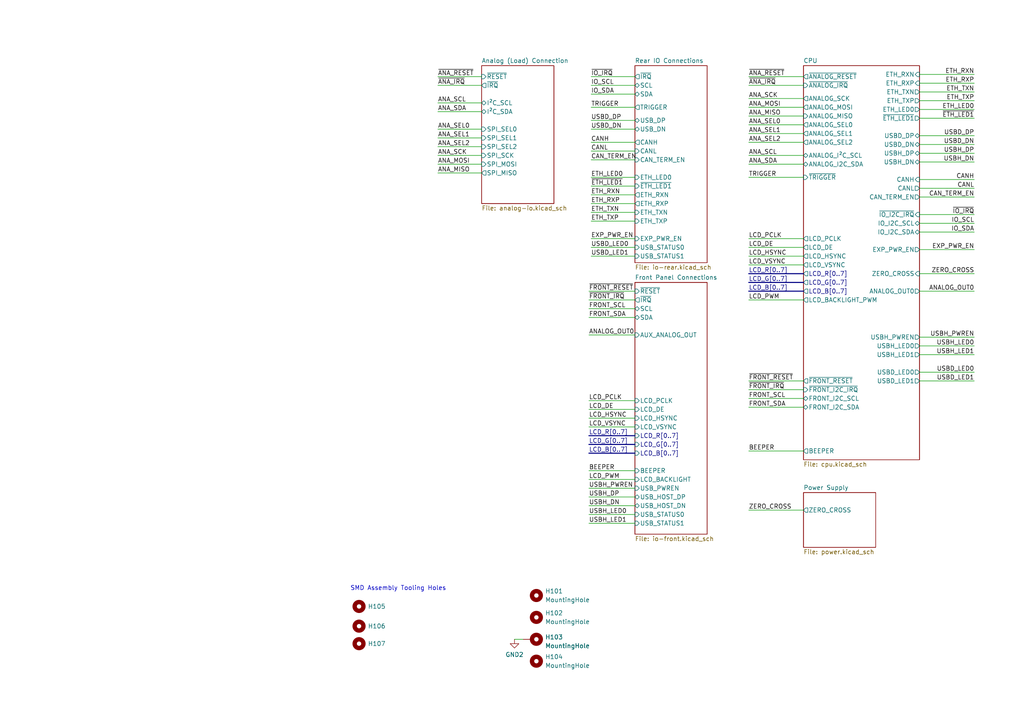
<source format=kicad_sch>
(kicad_sch (version 20220404) (generator eeschema)
  (paper "A4")
  (title_block (title "Programmable Load Controller") (date "2022-06-28") (rev "4"))
  (lib_symbols
    (symbol "Mechanical:MountingHole" (pin_names (offset 1.016))
      (property "Reference" "H" (at 0 5.08 0))
      (property "Value" "MountingHole" (at 0 3.175 0))
      (symbol "MountingHole_0_1"
        (circle (center 0 0) (radius 1.27) (stroke (width 1.27)))
      )
    )
    (symbol "Mechanical:MountingHole_Pad" (pin_numbers hide) (pin_names (offset 1.016) hide)
      (property "Reference" "H" (at 0 6.35 0))
      (property "Value" "MountingHole_Pad" (at 0 4.445 0))
      (symbol "MountingHole_Pad_0_1"
        (circle (center 0 1.27) (radius 1.27) (stroke (width 1.27)))
      )
      (symbol "MountingHole_Pad_1_1"
        (pin input line (at 0 -2.54 90) (length 2.54) (name "1") (number "1"))
      )
    )
    (symbol "power:GND2" (power) (pin_names (offset 0))
      (property "Value" "GND2" (at 0 -3.81 0))
      (symbol "GND2_0_1"
        (polyline (pts (xy 0 0) (xy 0 -1.27) (xy 1.27 -1.27) (xy 0 -2.54) (xy -1.27 -1.27) (xy 0 -1.27)))
      )
      (symbol "GND2_1_1"
        (pin power_in line (at 0 0 270) (length 0) hide (name "GND2") (number "1"))
      )
    )
  )
  (wire (pts (xy 170.815 89.535) (xy 184.15 89.535)))
  (wire (pts (xy 217.17 22.225) (xy 233.045 22.225)))
  (wire (pts (xy 184.15 27.305) (xy 171.45 27.305)))
  (wire (pts (xy 282.575 41.91) (xy 266.7 41.91)))
  (wire (pts (xy 170.815 86.995) (xy 184.15 86.995)))
  (wire (pts (xy 282.575 54.61) (xy 266.7 54.61)))
  (wire (pts (xy 282.575 64.77) (xy 266.7 64.77)))
  (wire (pts (xy 217.17 33.655) (xy 233.045 33.655)))
  (wire (pts (xy 170.815 149.225) (xy 184.15 149.225)))
  (wire (pts (xy 282.575 46.99) (xy 266.7 46.99)))
  (wire (pts (xy 127 24.765) (xy 139.7 24.765)))
  (wire (pts (xy 149.225 185.42) (xy 151.765 185.42)))
  (wire (pts (xy 171.45 43.815) (xy 184.15 43.815)))
  (wire (pts (xy 282.575 67.31) (xy 266.7 67.31)))
  (wire (pts (xy 217.17 24.765) (xy 233.045 24.765)))
  (wire (pts (xy 170.815 141.605) (xy 184.15 141.605)))
  (wire (pts (xy 266.7 100.33) (xy 282.575 100.33)))
  (wire (pts (xy 217.17 41.275) (xy 233.045 41.275)))
  (wire (pts (xy 170.815 136.525) (xy 184.15 136.525)))
  (wire (pts (xy 217.17 74.295) (xy 233.045 74.295)))
  (wire (pts (xy 127 45.085) (xy 139.7 45.085)))
  (wire (pts (xy 127 22.225) (xy 139.7 22.225)))
  (wire (pts (xy 217.17 36.195) (xy 233.045 36.195)))
  (wire (pts (xy 171.45 59.055) (xy 184.15 59.055)))
  (wire (pts (xy 184.15 24.765) (xy 171.45 24.765)))
  (wire (pts (xy 184.15 22.225) (xy 171.45 22.225)))
  (wire (pts (xy 170.815 116.205) (xy 184.15 116.205)))
  (wire (pts (xy 127 40.005) (xy 139.7 40.005)))
  (bus (pts (xy 217.17 81.915) (xy 233.045 81.915)))
  (wire (pts (xy 127 42.545) (xy 139.7 42.545)))
  (wire (pts (xy 266.7 72.39) (xy 282.575 72.39)))
  (wire (pts (xy 127 50.165) (xy 139.7 50.165)))
  (wire (pts (xy 266.7 57.15) (xy 282.575 57.15)))
  (wire (pts (xy 217.17 45.085) (xy 233.045 45.085)))
  (wire (pts (xy 217.17 71.755) (xy 233.045 71.755)))
  (wire (pts (xy 171.45 51.435) (xy 184.15 51.435)))
  (wire (pts (xy 217.17 86.995) (xy 233.045 86.995)))
  (wire (pts (xy 282.575 52.07) (xy 266.7 52.07)))
  (wire (pts (xy 171.45 71.755) (xy 184.15 71.755)))
  (wire (pts (xy 171.45 69.215) (xy 184.15 69.215)))
  (wire (pts (xy 266.7 110.49) (xy 282.575 110.49)))
  (wire (pts (xy 171.45 41.275) (xy 184.15 41.275)))
  (wire (pts (xy 127 47.625) (xy 139.7 47.625)))
  (wire (pts (xy 282.575 21.59) (xy 266.7 21.59)))
  (wire (pts (xy 282.575 26.67) (xy 266.7 26.67)))
  (wire (pts (xy 127 29.845) (xy 139.7 29.845)))
  (wire (pts (xy 127 37.465) (xy 139.7 37.465)))
  (bus (pts (xy 170.815 126.365) (xy 184.15 126.365)))
  (wire (pts (xy 171.45 74.295) (xy 184.15 74.295)))
  (bus (pts (xy 217.17 84.455) (xy 233.045 84.455)))
  (wire (pts (xy 170.815 123.825) (xy 184.15 123.825)))
  (wire (pts (xy 171.45 46.355) (xy 184.15 46.355)))
  (wire (pts (xy 282.575 62.23) (xy 266.7 62.23)))
  (wire (pts (xy 127 32.385) (xy 139.7 32.385)))
  (wire (pts (xy 170.815 84.455) (xy 184.15 84.455)))
  (wire (pts (xy 217.17 31.115) (xy 233.045 31.115)))
  (wire (pts (xy 171.45 37.465) (xy 184.15 37.465)))
  (wire (pts (xy 171.45 64.135) (xy 184.15 64.135)))
  (wire (pts (xy 217.17 28.575) (xy 233.045 28.575)))
  (wire (pts (xy 266.7 107.95) (xy 282.575 107.95)))
  (wire (pts (xy 217.17 115.57) (xy 233.045 115.57)))
  (wire (pts (xy 217.17 113.03) (xy 233.045 113.03)))
  (wire (pts (xy 266.7 79.375) (xy 282.575 79.375)))
  (wire (pts (xy 170.815 144.145) (xy 184.15 144.145)))
  (wire (pts (xy 217.17 110.49) (xy 233.045 110.49)))
  (wire (pts (xy 217.17 38.735) (xy 233.045 38.735)))
  (wire (pts (xy 170.815 118.745) (xy 184.15 118.745)))
  (wire (pts (xy 171.45 61.595) (xy 184.15 61.595)))
  (wire (pts (xy 171.45 34.925) (xy 184.15 34.925)))
  (wire (pts (xy 217.17 69.215) (xy 233.045 69.215)))
  (wire (pts (xy 282.575 29.21) (xy 266.7 29.21)))
  (wire (pts (xy 170.815 121.285) (xy 184.15 121.285)))
  (wire (pts (xy 266.7 84.455) (xy 282.575 84.455)))
  (wire (pts (xy 217.17 47.625) (xy 233.045 47.625)))
  (wire (pts (xy 266.7 44.45) (xy 282.575 44.45)))
  (wire (pts (xy 217.17 51.435) (xy 233.045 51.435)))
  (wire (pts (xy 282.575 39.37) (xy 266.7 39.37)))
  (wire (pts (xy 282.575 24.13) (xy 266.7 24.13)))
  (wire (pts (xy 266.7 102.87) (xy 282.575 102.87)))
  (wire (pts (xy 170.815 92.075) (xy 184.15 92.075)))
  (wire (pts (xy 171.45 31.115) (xy 184.15 31.115)))
  (wire (pts (xy 217.17 76.835) (xy 233.045 76.835)))
  (wire (pts (xy 170.815 139.065) (xy 184.15 139.065)))
  (wire (pts (xy 171.45 53.975) (xy 184.15 53.975)))
  (bus (pts (xy 170.815 128.905) (xy 184.15 128.905)))
  (wire (pts (xy 171.45 56.515) (xy 184.15 56.515)))
  (wire (pts (xy 266.7 97.79) (xy 282.575 97.79)))
  (wire (pts (xy 282.575 34.29) (xy 266.7 34.29)))
  (wire (pts (xy 282.575 31.75) (xy 266.7 31.75)))
  (wire (pts (xy 170.815 146.685) (xy 184.15 146.685)))
  (bus (pts (xy 170.815 131.445) (xy 184.15 131.445)))
  (wire (pts (xy 217.17 118.11) (xy 233.045 118.11)))
  (wire (pts (xy 217.17 130.81) (xy 233.045 130.81)))
  (wire (pts (xy 170.815 151.765) (xy 184.15 151.765)))
  (wire (pts (xy 170.815 97.155) (xy 184.15 97.155)))
  (wire (pts (xy 217.17 147.955) (xy 233.045 147.955)))
  (bus (pts (xy 217.17 79.375) (xy 233.045 79.375)))
  (text "SMD Assembly Tooling Holes" (at 101.6 171.45 0) (effects (font (size 1.27 1.27)) (justify left bottom)))
  (label "ETH_RXP" (at 282.575 24.13 0))
  (label "~{FRONT_RESET}" (at 217.17 110.49 0))
  (label "BEEPER" (at 170.815 136.525 0))
  (label "ANA_SEL2" (at 217.17 41.275 0))
  (label "USBH_DP" (at 282.575 44.45 0))
  (label "USBH_LED1" (at 170.815 151.765 0))
  (label "ETH_TXP" (at 171.45 64.135 0))
  (label "ANA_SCL" (at 127 29.845 0))
  (label "LCD_VSYNC" (at 217.17 76.835 0))
  (label "IO_SCL" (at 282.575 64.77 0))
  (label "IO_SDA" (at 171.45 27.305 0))
  (label "~{FRONT_RESET}" (at 170.815 84.455 0))
  (label "TRIGGER" (at 171.45 31.115 0))
  (label "ANA_SDA" (at 127 32.385 0))
  (label "LCD_G[0..7]" (at 217.17 81.915 0))
  (label "LCD_R[0..7]" (at 217.17 79.375 0))
  (label "LCD_PWM" (at 217.17 86.995 0))
  (label "CANL" (at 171.45 43.815 0))
  (label "ANA_MOSI" (at 217.17 31.115 0))
  (label "LCD_R[0..7]" (at 170.815 126.365 0))
  (label "LCD_HSYNC" (at 170.815 121.285 0))
  (label "~{ANA_RESET}" (at 127 22.225 0))
  (label "LCD_DE" (at 170.815 118.745 0))
  (label "USBD_DN" (at 171.45 37.465 0))
  (label "USBD_LED0" (at 282.575 107.95 0))
  (label "ANA_SCL" (at 217.17 45.085 0))
  (label "~{ETH_LED1}" (at 171.45 53.975 0))
  (label "ETH_LED0" (at 282.575 31.75 0))
  (label "~{ANA_IRQ}" (at 217.17 24.765 0))
  (label "~{ANA_IRQ}" (at 127 24.765 0))
  (label "ANA_SEL0" (at 127 37.465 0))
  (label "ETH_TXN" (at 171.45 61.595 0))
  (label "USBD_DN" (at 282.575 41.91 0))
  (label "ANA_MISO" (at 127 50.165 0))
  (label "IO_SDA" (at 282.575 67.31 0))
  (label "ETH_LED0" (at 171.45 51.435 0))
  (label "FRONT_SDA" (at 170.815 92.075 0))
  (label "ZERO_CROSS" (at 282.575 79.375 0))
  (label "CAN_TERM_EN" (at 171.45 46.355 0))
  (label "ANA_SEL1" (at 127 40.005 0))
  (label "ANA_SCK" (at 217.17 28.575 0))
  (label "LCD_PWM" (at 170.815 139.065 0))
  (label "ANA_SEL2" (at 127 42.545 0))
  (label "ANA_SCK" (at 127 45.085 0))
  (label "LCD_G[0..7]" (at 170.815 128.905 0))
  (label "ANA_SEL1" (at 217.17 38.735 0))
  (label "LCD_HSYNC" (at 217.17 74.295 0))
  (label "~{ETH_LED1}" (at 282.575 34.29 0))
  (label "~{FRONT_IRQ}" (at 217.17 113.03 0))
  (label "CANH" (at 171.45 41.275 0))
  (label "ETH_TXP" (at 282.575 29.21 0))
  (label "USBH_DN" (at 282.575 46.99 0))
  (label "USBD_LED0" (at 171.45 71.755 0))
  (label "CANL" (at 282.575 54.61 0))
  (label "LCD_B[0..7]" (at 170.815 131.445 0))
  (label "USBH_LED1" (at 282.575 102.87 0))
  (label "~{IO_IRQ}" (at 282.575 62.23 0))
  (label "EXP_PWR_EN" (at 171.45 69.215 0))
  (label "LCD_PCLK" (at 217.17 69.215 0))
  (label "BEEPER" (at 217.17 130.81 0))
  (label "FRONT_SDA" (at 217.17 118.11 0))
  (label "USBD_DP" (at 171.45 34.925 0))
  (label "~{FRONT_IRQ}" (at 170.815 86.995 0))
  (label "USBH_LED0" (at 170.815 149.225 0))
  (label "ANA_SDA" (at 217.17 47.625 0))
  (label "CAN_TERM_EN" (at 282.575 57.15 0))
  (label "LCD_B[0..7]" (at 217.17 84.455 0))
  (label "USBH_LED0" (at 282.575 100.33 0))
  (label "ETH_RXN" (at 282.575 21.59 0))
  (label "ETH_RXN" (at 171.45 56.515 0))
  (label "USBH_PWREN" (at 170.815 141.605 0))
  (label "LCD_VSYNC" (at 170.815 123.825 0))
  (label "LCD_DE" (at 217.17 71.755 0))
  (label "USBD_DP" (at 282.575 39.37 0))
  (label "ETH_TXN" (at 282.575 26.67 0))
  (label "LCD_PCLK" (at 170.815 116.205 0))
  (label "ZERO_CROSS" (at 217.17 147.955 0))
  (label "ANA_MISO" (at 217.17 33.655 0))
  (label "ANA_SEL0" (at 217.17 36.195 0))
  (label "~{IO_IRQ}" (at 171.45 22.225 0))
  (label "USBH_DP" (at 170.815 144.145 0))
  (label "TRIGGER" (at 217.17 51.435 0))
  (label "CANH" (at 282.575 52.07 0))
  (label "ETH_RXP" (at 171.45 59.055 0))
  (label "EXP_PWR_EN" (at 282.575 72.39 0))
  (label "USBD_LED1" (at 171.45 74.295 0))
  (label "~{ANA_RESET}" (at 217.17 22.225 0))
  (label "ANALOG_OUT0" (at 282.575 84.455 180))
  (label "FRONT_SCL" (at 217.17 115.57 0))
  (label "FRONT_SCL" (at 170.815 89.535 0))
  (label "USBD_LED1" (at 282.575 110.49 0))
  (label "ANA_MOSI" (at 127 47.625 0))
  (label "USBH_DN" (at 170.815 146.685 0))
  (label "ANALOG_OUT0" (at 170.815 97.155 0))
  (label "USBH_PWREN" (at 282.575 97.79 0))
  (label "IO_SCL" (at 171.45 24.765 0))
  (symbol (lib_id "Mechanical:MountingHole") (at 155.575 172.72 0) (unit 1) (in_bom no)
    (default_instance (reference "U") (unit 1) (value "") (footprint ""))
    (property "Reference" "H101" (at 158.115 171.4499 0) (effects (justify left)))
    (property "Value" "MountingHole" (at 158.115 173.9899 0) (effects (justify left)))
    (property "Footprint" "MountingHole:MountingHole_3.2mm_M3" (effects hide))
  )
  (symbol (lib_id "Mechanical:MountingHole") (at 104.14 186.69 0) (unit 1) (in_bom no)
    (default_instance (reference "H") (unit 1) (value "MountingHole") (footprint ""))
    (property "Reference" "H107" (at 106.68 186.69 0) (effects (justify left)))
    (property "Value" "MountingHole" (effects hide))
    (property "Footprint" "programmable-load:JLCPCB-SmdAssembly-ToolingHole" (effects hide))
  )
  (symbol (lib_id "Mechanical:MountingHole") (at 104.14 181.61 0) (unit 1) (in_bom no)
    (default_instance (reference "H") (unit 1) (value "MountingHole") (footprint ""))
    (property "Reference" "H106" (at 106.68 181.61 0) (effects (justify left)))
    (property "Value" "MountingHole" (effects hide))
    (property "Footprint" "programmable-load:JLCPCB-SmdAssembly-ToolingHole" (effects hide))
  )
  (symbol (lib_id "Mechanical:MountingHole") (at 155.575 179.07 0) (unit 1) (in_bom no)
    (default_instance (reference "U") (unit 1) (value "") (footprint ""))
    (property "Reference" "H102" (at 158.115 177.7999 0) (effects (justify left)))
    (property "Value" "MountingHole" (at 158.115 180.3399 0) (effects (justify left)))
    (property "Footprint" "MountingHole:MountingHole_3.2mm_M3" (effects hide))
  )
  (symbol (lib_id "Mechanical:MountingHole_Pad") (at 154.305 185.42 270) (unit 1) (in_bom no)
    (default_instance (reference "U") (unit 1) (value "") (footprint ""))
    (property "Reference" "H103" (at 158.115 184.785 90) (effects (justify left)))
    (property "Value" "MountingHole" (at 158.115 187.325 90) (effects (justify left)))
    (property "Footprint" "MountingHole:MountingHole_3.2mm_M3_Pad_Via" (effects hide))
  )
  (symbol (lib_id "power:GND2") (at 149.225 185.42 0) (unit 1)
    (default_instance (reference "#PWR") (unit 1) (value "GND2") (footprint ""))
    (property "Reference" "#PWR0118" (effects hide))
    (property "Value" "GND2" (at 149.225 189.865 0))
  )
  (symbol (lib_id "Mechanical:MountingHole") (at 104.14 175.895 0) (unit 1) (in_bom no)
    (default_instance (reference "H") (unit 1) (value "MountingHole") (footprint ""))
    (property "Reference" "H105" (at 106.68 175.895 0) (effects (justify left)))
    (property "Value" "MountingHole" (effects hide))
    (property "Footprint" "programmable-load:JLCPCB-SmdAssembly-ToolingHole" (effects hide))
  )
  (symbol (lib_id "Mechanical:MountingHole") (at 155.575 191.77 0) (unit 1) (in_bom no)
    (default_instance (reference "U") (unit 1) (value "") (footprint ""))
    (property "Reference" "H104" (at 158.115 190.4999 0) (effects (justify left)))
    (property "Value" "MountingHole" (at 158.115 193.0399 0) (effects (justify left)))
    (property "Footprint" "MountingHole:MountingHole_3.2mm_M3" (effects hide))
  )
  (sheet (at 139.7 19.05) (size 20.955 40.005) (stroke (width 0.1524))
    (property "Sheetname" "Analog (Load) Connection" (at 139.7 18.3384 0) (effects (justify left bottom)))
    (property "Sheetfile" "analog-io.kicad_sch" (at 139.7 59.6396 0) (effects (justify left top)))
    (pin "SPI_SEL1" input (at 139.7 40.005 180))
    (pin "SPI_MISO" output (at 139.7 50.165 180))
    (pin "~{RESET}" input (at 139.7 22.225 180))
    (pin "I²C_SCL" bidirectional (at 139.7 29.845 180))
    (pin "I²C_SDA" bidirectional (at 139.7 32.385 180))
    (pin "~{IRQ}" output (at 139.7 24.765 180))
    (pin "SPI_MOSI" input (at 139.7 47.625 180))
    (pin "SPI_SEL0" input (at 139.7 37.465 180))
    (pin "SPI_SEL2" input (at 139.7 42.545 180))
    (pin "SPI_SCK" input (at 139.7 45.085 180))
  )
  (sheet (at 233.045 19.05) (size 33.655 114.3) (stroke (width 0.1524))
    (property "Sheetname" "CPU" (at 233.045 18.3384 0) (effects (justify left bottom)))
    (property "Sheetfile" "cpu.kicad_sch" (at 233.045 133.9346 0) (effects (justify left top)))
    (pin "~{FRONT_RESET}" output (at 233.045 110.49 180))
    (pin "~{ANALOG_IRQ}" input (at 233.045 24.765 180))
    (pin "~{ANALOG_RESET}" output (at 233.045 22.225 180))
    (pin "USBD_DP" bidirectional (at 266.7 39.37 0))
    (pin "USBD_DN" bidirectional (at 266.7 41.91 0))
    (pin "ETH_LED0" output (at 266.7 31.75 0))
    (pin "~{ETH_LED1}" output (at 266.7 34.29 0))
    (pin "ETH_RXN" input (at 266.7 21.59 0))
    (pin "ETH_RXP" input (at 266.7 24.13 0))
    (pin "ETH_TXP" output (at 266.7 29.21 0))
    (pin "ETH_TXN" output (at 266.7 26.67 0))
    (pin "~{TRIGGER}" input (at 233.045 51.435 180))
    (pin "CANH" input (at 266.7 52.07 0))
    (pin "CANL" output (at 266.7 54.61 0))
    (pin "ANALOG_SEL2" output (at 233.045 41.275 180))
    (pin "ANALOG_SEL1" output (at 233.045 38.735 180))
    (pin "ANALOG_MISO" input (at 233.045 33.655 180))
    (pin "ANALOG_SEL0" output (at 233.045 36.195 180))
    (pin "ANALOG_SCK" output (at 233.045 28.575 180))
    (pin "ANALOG_MOSI" output (at 233.045 31.115 180))
    (pin "USBH_DP" bidirectional (at 266.7 44.45 0))
    (pin "USBH_DN" bidirectional (at 266.7 46.99 0))
    (pin "~{IO_I2C_IRQ}" input (at 266.7 62.23 0))
    (pin "IO_I2C_SDA" bidirectional (at 266.7 67.31 0))
    (pin "IO_I2C_SCL" bidirectional (at 266.7 64.77 0))
    (pin "BEEPER" output (at 233.045 130.81 180))
    (pin "FRONT_I2C_SDA" bidirectional (at 233.045 118.11 180))
    (pin "FRONT_I2C_SCL" bidirectional (at 233.045 115.57 180))
    (pin "~{FRONT_I2C_IRQ}" input (at 233.045 113.03 180))
    (pin "ANALOG_I2C_SDA" bidirectional (at 233.045 47.625 180))
    (pin "ANALOG_I²C_SCL" bidirectional (at 233.045 45.085 180))
    (pin "LCD_HSYNC" output (at 233.045 74.295 180))
    (pin "LCD_VSYNC" output (at 233.045 76.835 180))
    (pin "LCD_PCLK" output (at 233.045 69.215 180))
    (pin "LCD_G[0..7]" output (at 233.045 81.915 180))
    (pin "LCD_R[0..7]" output (at 233.045 79.375 180))
    (pin "LCD_DE" output (at 233.045 71.755 180))
    (pin "LCD_B[0..7]" output (at 233.045 84.455 180))
    (pin "LCD_BACKLIGHT_PWM" output (at 233.045 86.995 180))
    (pin "CAN_TERM_EN" output (at 266.7 57.15 0))
    (pin "EXP_PWR_EN" output (at 266.7 72.39 0))
    (pin "ZERO_CROSS" input (at 266.7 79.375 0))
    (pin "USBH_LED1" output (at 266.7 102.87 0))
    (pin "USBH_LED0" output (at 266.7 100.33 0))
    (pin "USBH_PWREN" output (at 266.7 97.79 0))
    (pin "USBD_LED1" output (at 266.7 110.49 0))
    (pin "USBD_LED0" output (at 266.7 107.95 0))
    (pin "ANALOG_OUT0" output (at 266.7 84.455 0))
  )
  (sheet (at 184.15 81.915) (size 20.955 73.025) (stroke (width 0.1524))
    (property "Sheetname" "Front Panel Connections" (at 184.15 81.2034 0) (effects (justify left bottom)))
    (property "Sheetfile" "io-front.kicad_sch" (at 184.15 155.5246 0) (effects (justify left top)))
    (pin "SDA" bidirectional (at 184.15 92.075 180))
    (pin "SCL" bidirectional (at 184.15 89.535 180))
    (pin "~{RESET}" input (at 184.15 84.455 180))
    (pin "~{IRQ}" output (at 184.15 86.995 180))
    (pin "BEEPER" input (at 184.15 136.525 180))
    (pin "LCD_R[0..7]" input (at 184.15 126.365 180))
    (pin "LCD_G[0..7]" input (at 184.15 128.905 180))
    (pin "LCD_BACKLIGHT" input (at 184.15 139.065 180))
    (pin "LCD_B[0..7]" input (at 184.15 131.445 180))
    (pin "LCD_DE" input (at 184.15 118.745 180))
    (pin "LCD_PCLK" input (at 184.15 116.205 180))
    (pin "LCD_HSYNC" input (at 184.15 121.285 180))
    (pin "LCD_VSYNC" input (at 184.15 123.825 180))
    (pin "USB_HOST_DP" bidirectional (at 184.15 144.145 180))
    (pin "USB_HOST_DN" bidirectional (at 184.15 146.685 180))
    (pin "USB_STATUS0" input (at 184.15 149.225 180))
    (pin "USB_STATUS1" input (at 184.15 151.765 180))
    (pin "USB_PWREN" input (at 184.15 141.605 180))
    (pin "AUX_ANALOG_OUT" input (at 184.15 97.155 180))
  )
  (sheet (at 184.15 19.05) (size 20.955 57.15) (stroke (width 0.1524))
    (property "Sheetname" "Rear IO Connections" (at 184.15 18.3384 0) (effects (justify left bottom)))
    (property "Sheetfile" "io-rear.kicad_sch" (at 184.15 76.7846 0) (effects (justify left top)))
    (pin "ETH_RXN" output (at 184.15 56.515 180))
    (pin "ETH_RXP" output (at 184.15 59.055 180))
    (pin "SCL" bidirectional (at 184.15 24.765 180))
    (pin "USB_DP" bidirectional (at 184.15 34.925 180))
    (pin "USB_DN" bidirectional (at 184.15 37.465 180))
    (pin "ETH_TXN" input (at 184.15 61.595 180))
    (pin "TRIGGER" output (at 184.15 31.115 180))
    (pin "ETH_TXP" input (at 184.15 64.135 180))
    (pin "SDA" bidirectional (at 184.15 27.305 180))
    (pin "~{IRQ}" output (at 184.15 22.225 180))
    (pin "~{ETH_LED1}" input (at 184.15 53.975 180))
    (pin "ETH_LED0" input (at 184.15 51.435 180))
    (pin "CANH" output (at 184.15 41.275 180))
    (pin "CANL" input (at 184.15 43.815 180))
    (pin "CAN_TERM_EN" input (at 184.15 46.355 180))
    (pin "EXP_PWR_EN" input (at 184.15 69.215 180))
    (pin "USB_STATUS1" input (at 184.15 74.295 180))
    (pin "USB_STATUS0" input (at 184.15 71.755 180))
  )
  (sheet (at 233.045 142.875) (size 20.955 15.875) (stroke (width 0.1524))
    (property "Sheetname" "Power Supply" (at 233.045 142.1634 0) (effects (justify left bottom)))
    (property "Sheetfile" "power.kicad_sch" (at 233.045 159.3346 0) (effects (justify left top)))
    (pin "ZERO_CROSS" output (at 233.045 147.955 180))
  )
)
</source>
